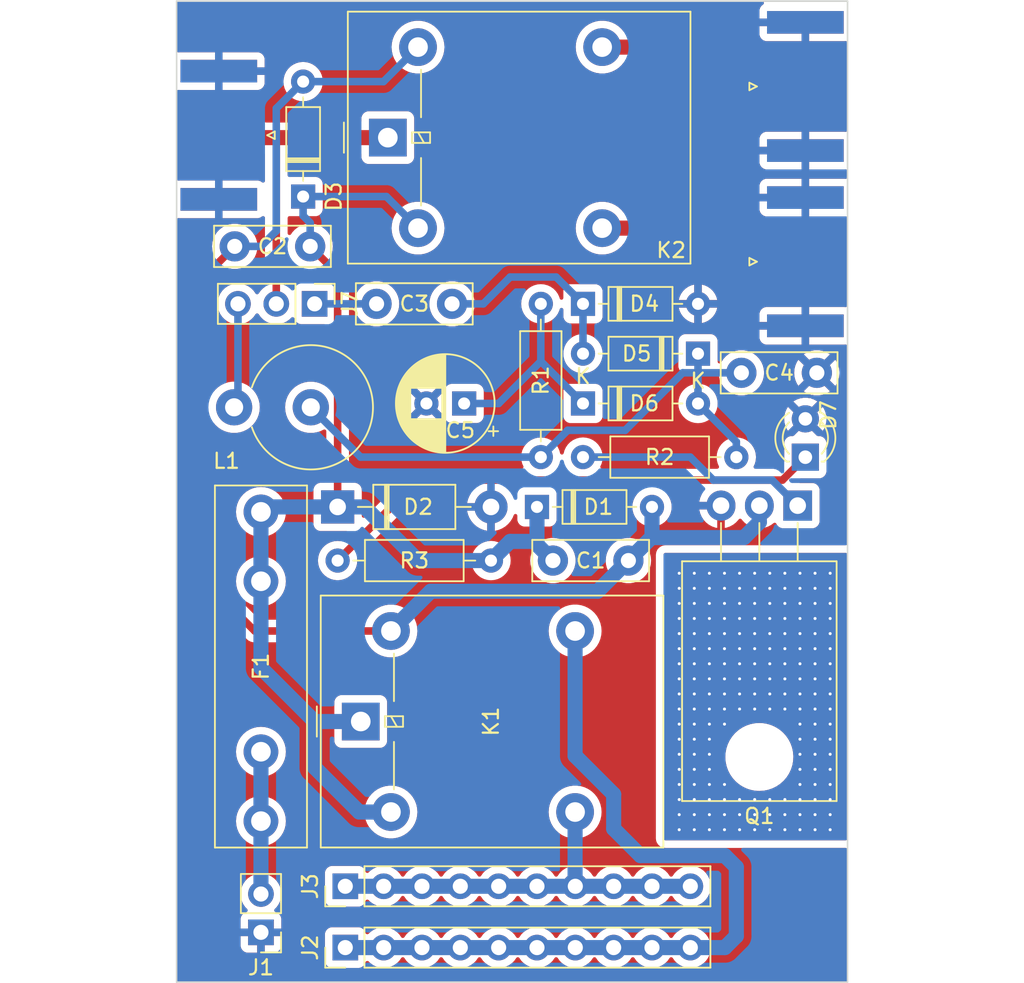
<source format=kicad_pcb>
(kicad_pcb (version 20221018) (generator pcbnew)
  (layers (0 "F.Cu" signal) (31 "B.Cu" signal) (34 "B.Paste" user) (35 "F.Paste" user) (36 "B.SilkS" user "B.Silkscreen") (37 "F.SilkS" user "F.Silkscreen") (38 "B.Mask" user) (39 "F.Mask" user) (44 "Edge.Cuts" user))
  (net 0 "")
  (net 1 "+12V")
  (net 2 "VOX_GND")
  (net 3 "Net-(D4-K)")
  (net 4 "Net-(J7-Pin_1)")
  (net 5 "GND")
  (net 6 "Net-(D5-K)")
  (net 7 "Net-(D6-K)")
  (net 8 "Net-(D7-K)")
  (net 9 "Net-(J1-Pin_2)")
  (net 10 "Net-(J2-Pin_1)")
  (net 11 "Net-(J3-Pin_1)")
  (net 12 "Net-(J4-In)")
  (net 13 "Net-(J5-In)")
  (net 14 "Net-(J6-In)")
  (net 15 "Net-(J7-Pin_3)")
  (net 16 "Net-(Q1-B)")
  (net 17 "Heat")
  (footprint "Capacitor_THT:C_Disc_D7.5mm_W2.5mm_P5.00mm" (layer "F.Cu") (at 74.422 46.736 180)
    (fp_text reference "C4" (at 2.5 0) (layer "F.SilkS"))
    (fp_text value "4n7")
    (pad "1" thru_hole circle (at 0 0 180) (size 2 2) (drill 1) (layers "*.Cu" "*.Mask") (net 5 "GND"))
    (pad "2" thru_hole circle (at 5 0 180) (size 2 2) (drill 1) (layers "*.Cu" "*.Mask") (net 6 "Net-(D5-K)"))
  )
  (footprint "Connector_PinHeader_2.54mm:PinHeader_1x10_P2.54mm_Vertical" (layer "F.Cu") (at 43.18 80.772 90)
    (fp_text reference "J3" (at 0 -2.33 90) (layer "F.SilkS"))
    (fp_text value "TX Voltage")
    (pad "1" thru_hole rect (at 0 0 90) (size 1.7 1.7) (drill 1) (layers "*.Cu" "*.Mask") (net 11 "Net-(J3-Pin_1)"))
    (pad "2" thru_hole oval (at 0 2.54 90) (size 1.7 1.7) (drill 1) (layers "*.Cu" "*.Mask") (net 11 "Net-(J3-Pin_1)"))
    (pad "3" thru_hole oval (at 0 5.08 90) (size 1.7 1.7) (drill 1) (layers "*.Cu" "*.Mask") (net 11 "Net-(J3-Pin_1)"))
    (pad "4" thru_hole oval (at 0 7.62 90) (size 1.7 1.7) (drill 1) (layers "*.Cu" "*.Mask") (net 11 "Net-(J3-Pin_1)"))
    (pad "5" thru_hole oval (at 0 10.16 90) (size 1.7 1.7) (drill 1) (layers "*.Cu" "*.Mask") (net 11 "Net-(J3-Pin_1)"))
    (pad "6" thru_hole oval (at 0 12.7 90) (size 1.7 1.7) (drill 1) (layers "*.Cu" "*.Mask") (net 11 "Net-(J3-Pin_1)"))
    (pad "7" thru_hole oval (at 0 15.24 90) (size 1.7 1.7) (drill 1) (layers "*.Cu" "*.Mask") (net 11 "Net-(J3-Pin_1)"))
    (pad "8" thru_hole oval (at 0 17.78 90) (size 1.7 1.7) (drill 1) (layers "*.Cu" "*.Mask") (net 11 "Net-(J3-Pin_1)"))
    (pad "9" thru_hole oval (at 0 20.32 90) (size 1.7 1.7) (drill 1) (layers "*.Cu" "*.Mask") (net 11 "Net-(J3-Pin_1)"))
    (pad "10" thru_hole oval (at 0 22.86 90) (size 1.7 1.7) (drill 1) (layers "*.Cu" "*.Mask") (net 11 "Net-(J3-Pin_1)"))
  )
  (footprint "Resistor_THT:R_Axial_DIN0207_L6.3mm_D2.5mm_P10.16mm_Horizontal" (layer "F.Cu") (at 58.928 52.324)
    (fp_text reference "R2" (at 5.08 0) (layer "F.SilkS"))
    (fp_text value "2k2" hide)
    (pad "1" thru_hole circle (at 0 0) (size 1.6 1.6) (drill 0.8) (layers "*.Cu" "*.Mask") (net 16 "Net-(Q1-B)"))
    (pad "2" thru_hole oval (at 10.16 0) (size 1.6 1.6) (drill 0.8) (layers "*.Cu" "*.Mask") (net 6 "Net-(D5-K)"))
  )
  (footprint "Connector_Coaxial:SMA_Amphenol_132289_EdgeMount" (layer "F.Cu") (at 73.66 39.37)
    (fp_text reference "J6" hide)
    (fp_text value "TX")
    (pad "1" smd rect (at 0 0 90) (size 1.5 5.08) (layers "F.Cu" "F.Paste" "F.Mask") (net 14 "Net-(J6-In)"))
    (pad "2" smd rect (at 0 -4.25 90) (size 1.5 5.08) (layers "F.Cu" "F.Paste" "F.Mask") (net 5 "GND"))
    (pad "2" smd rect (at 0 -4.25 90) (size 1.5 5.08) (layers "B.Cu" "B.Paste" "B.Mask") (net 5 "GND"))
    (pad "2" smd rect (at 0 4.25 90) (size 1.5 5.08) (layers "F.Cu" "F.Paste" "F.Mask") (net 5 "GND"))
    (pad "2" smd rect (at 0 4.25 90) (size 1.5 5.08) (layers "B.Cu" "B.Paste" "B.Mask") (net 5 "GND"))
  )
  (footprint "Diode_THT:D_DO-35_SOD27_P7.62mm_Horizontal" (layer "F.Cu") (at 66.548 45.466 180)
    (fp_text reference "D5" (at 4.064 0) (layer "F.SilkS"))
    (fp_text value "1N4148" hide)
    (fp_text user "K" (at 0 -1.8) (layer "F.SilkS"))
    (pad "1" thru_hole rect (at 0 0 180) (size 1.6 1.6) (drill 0.8) (layers "*.Cu" "*.Mask") (net 6 "Net-(D5-K)"))
    (pad "2" thru_hole oval (at 7.62 0 180) (size 1.6 1.6) (drill 0.8) (layers "*.Cu" "*.Mask") (net 3 "Net-(D4-K)"))
  )
  (footprint "Package_TO_SOT_THT:TO-220-3_Horizontal_TabDown" (layer "F.Cu") (at 73.152 55.54 180)
    (fp_text reference "Q1" (at 2.54 -20.58) (layer "F.SilkS"))
    (fp_text value "TIP121" hide)
    (pad "" np_thru_hole oval (at 2.54 -16.66 180) (size 3.5 3.5) (drill 3.5) (layers "*.Cu" "*.Mask"))
    (pad "1" thru_hole rect (at 0 0 180) (size 1.905 2) (drill 1.1) (layers "*.Cu" "*.Mask") (net 16 "Net-(Q1-B)"))
    (pad "2" thru_hole oval (at 2.54 0 180) (size 1.905 2) (drill 1.1) (layers "*.Cu" "*.Mask") (net 2 "VOX_GND"))
    (pad "3" thru_hole oval (at 5.08 0 180) (size 1.905 2) (drill 1.1) (layers "*.Cu" "*.Mask") (net 5 "GND"))
  )
  (footprint "Connector_PinHeader_2.54mm:PinHeader_1x03_P2.54mm_Vertical" (layer "F.Cu") (at 41.148 42.164 -90)
    (fp_text reference "J7" (at 0 -2.33 90) (layer "F.SilkS"))
    (fp_text value "VOX or Vin")
    (pad "1" thru_hole rect (at 0 0 270) (size 1.7 1.7) (drill 1) (layers "*.Cu" "*.Mask") (net 4 "Net-(J7-Pin_1)"))
    (pad "2" thru_hole oval (at 0 2.54 270) (size 1.7 1.7) (drill 1) (layers "*.Cu" "*.Mask") (net 12 "Net-(J4-In)"))
    (pad "3" thru_hole oval (at 0 5.08 270) (size 1.7 1.7) (drill 1) (layers "*.Cu" "*.Mask") (net 15 "Net-(J7-Pin_3)"))
  )
  (footprint "Capacitor_THT:C_Disc_D7.5mm_W2.5mm_P5.00mm" (layer "F.Cu") (at 56.936 59.182)
    (fp_text reference "C1" (at 2.5 0 180) (layer "F.SilkS"))
    (fp_text value "100n" hide)
    (pad "1" thru_hole circle (at 0 0) (size 2 2) (drill 1) (layers "*.Cu" "*.Mask") (net 1 "+12V"))
    (pad "2" thru_hole circle (at 5 0) (size 2 2) (drill 1) (layers "*.Cu" "*.Mask") (net 2 "VOX_GND"))
  )
  (footprint "Inductor_THT:L_Axial_L20.0mm_D8.0mm_P5.08mm_Vertical" (layer "F.Cu") (at 40.894 49.022 180)
    (fp_text reference "L1" (at 5.588 -3.556) (layer "F.SilkS"))
    (fp_text value "VK200")
    (pad "1" thru_hole circle (at 0 0 180) (size 2.4 2.4) (drill 1.2) (layers "*.Cu" "*.Mask") (net 6 "Net-(D5-K)"))
    (pad "2" thru_hole oval (at 5.08 0 180) (size 2.4 2.4) (drill 1.2) (layers "*.Cu" "*.Mask") (net 15 "Net-(J7-Pin_3)"))
  )
  (footprint "Relay_THT:Relay_SPDT_Omron-G5LE-1" (layer "F.Cu") (at 44.2045 69.85 90)
    (fp_text reference "K1" (at 0 8.6275 90) (layer "F.SilkS"))
    (fp_text value "G5LE-1")
    (pad "1" thru_hole rect (at 0 0 90) (size 2.5 2.5) (drill 1.3) (layers "*.Cu" "*.Mask") (net 1 "+12V"))
    (pad "2" thru_hole oval (at -6 2 90) (size 2.5 2.5) (drill 1.3) (layers "*.Cu" "*.Mask") (net 1 "+12V"))
    (pad "3" thru_hole oval (at -6 14.2 90) (size 2.5 2.5) (drill 1.3) (layers "*.Cu" "*.Mask") (net 11 "Net-(J3-Pin_1)"))
    (pad "4" thru_hole oval (at 6 14.2 90) (size 2.5 2.5) (drill 1.3) (layers "*.Cu" "*.Mask") (net 10 "Net-(J2-Pin_1)"))
    (pad "5" thru_hole oval (at 6 2 90) (size 2.5 2.5) (drill 1.3) (layers "*.Cu" "*.Mask") (net 2 "VOX_GND"))
  )
  (footprint "Diode_THT:D_DO-35_SOD27_P7.62mm_Horizontal" (layer "F.Cu") (at 40.386 35.052 90)
    (fp_text reference "D3" (at 0 2.032 90) (layer "F.SilkS"))
    (fp_text value "1N4148" hide)
    (pad "1" thru_hole rect (at 0 0 90) (size 1.6 1.6) (drill 0.8) (layers "*.Cu" "*.Mask") (net 1 "+12V"))
    (pad "2" thru_hole oval (at 7.62 0 90) (size 1.6 1.6) (drill 0.8) (layers "*.Cu" "*.Mask") (net 2 "VOX_GND"))
  )
  (footprint "Diode_THT:D_DO-35_SOD27_P7.62mm_Horizontal" (layer "F.Cu") (at 55.88 55.626)
    (fp_text reference "D1" (at 4.064 0) (layer "F.SilkS"))
    (fp_text value "1N4148" hide)
    (pad "1" thru_hole rect (at 0 0) (size 1.6 1.6) (drill 0.8) (layers "*.Cu" "*.Mask") (net 1 "+12V"))
    (pad "2" thru_hole oval (at 7.62 0) (size 1.6 1.6) (drill 0.8) (layers "*.Cu" "*.Mask") (net 2 "VOX_GND"))
  )
  (footprint "Connector_Coaxial:SMA_Amphenol_132289_EdgeMount" (layer "F.Cu") (at 73.66 27.754)
    (fp_text reference "J5" hide)
    (fp_text value "RX")
    (pad "1" smd rect (at 0 0 90) (size 1.5 5.08) (layers "F.Cu" "F.Paste" "F.Mask") (net 13 "Net-(J5-In)"))
    (pad "2" smd rect (at 0 -4.25 90) (size 1.5 5.08) (layers "F.Cu" "F.Paste" "F.Mask") (net 5 "GND"))
    (pad "2" smd rect (at 0 -4.25 90) (size 1.5 5.08) (layers "B.Cu" "B.Paste" "B.Mask") (net 5 "GND"))
    (pad "2" smd rect (at 0 4.25 90) (size 1.5 5.08) (layers "F.Cu" "F.Paste" "F.Mask") (net 5 "GND"))
    (pad "2" smd rect (at 0 4.25 90) (size 1.5 5.08) (layers "B.Cu" "B.Paste" "B.Mask") (net 5 "GND"))
  )
  (footprint "LED_THT:LED_D3.0mm_Clear" (layer "F.Cu") (at 73.66 52.329 90)
    (fp_text reference "D7" (at 2.799 1.524 90) (layer "F.SilkS"))
    (fp_text value "LED" hide)
    (pad "1" thru_hole rect (at 0 0 90) (size 1.8 1.8) (drill 0.9) (layers "*.Cu" "*.Mask") (net 8 "Net-(D7-K)"))
    (pad "2" thru_hole circle (at 2.54 0 90) (size 1.8 1.8) (drill 0.9) (layers "*.Cu" "*.Mask") (net 5 "GND"))
  )
  (footprint "Capacitor_THT:CP_Radial_D6.3mm_P2.50mm" (layer "F.Cu") (at 51.054 48.768 180)
    (fp_text reference "C5" (at 0.254 -1.778) (layer "F.SilkS"))
    (fp_text value "C_Polarized" hide)
    (pad "1" thru_hole rect (at 0 0 180) (size 1.6 1.6) (drill 0.8) (layers "*.Cu" "*.Mask") (net 7 "Net-(D6-K)"))
    (pad "2" thru_hole circle (at 2.5 0 180) (size 1.6 1.6) (drill 0.8) (layers "*.Cu" "*.Mask") (net 5 "GND"))
  )
  (footprint "Diode_THT:D_DO-35_SOD27_P7.62mm_Horizontal" (layer "F.Cu") (at 58.928 48.768)
    (fp_text reference "D6" (at 4.064 0) (layer "F.SilkS"))
    (fp_text value "1N4148" hide)
    (fp_text user "K" (at 0 -1.8) (layer "F.SilkS"))
    (pad "1" thru_hole rect (at 0 0) (size 1.6 1.6) (drill 0.8) (layers "*.Cu" "*.Mask") (net 7 "Net-(D6-K)"))
    (pad "2" thru_hole oval (at 7.62 0) (size 1.6 1.6) (drill 0.8) (layers "*.Cu" "*.Mask") (net 6 "Net-(D5-K)"))
  )
  (footprint "Relay_THT:Relay_SPDT_Omron-G5LE-1" (layer "F.Cu") (at 45.998 31.146 90)
    (fp_text reference "K2" (at -7.462 18.772 180) (layer "F.SilkS"))
    (fp_text value "G5LE-1")
    (pad "1" thru_hole rect (at 0 0 90) (size 2.5 2.5) (drill 1.3) (layers "*.Cu" "*.Mask") (net 12 "Net-(J4-In)"))
    (pad "2" thru_hole oval (at -6 2 90) (size 2.5 2.5) (drill 1.3) (layers "*.Cu" "*.Mask") (net 1 "+12V"))
    (pad "3" thru_hole oval (at -6 14.2 90) (size 2.5 2.5) (drill 1.3) (layers "*.Cu" "*.Mask") (net 14 "Net-(J6-In)"))
    (pad "4" thru_hole oval (at 6 14.2 90) (size 2.5 2.5) (drill 1.3) (layers "*.Cu" "*.Mask") (net 13 "Net-(J5-In)"))
    (pad "5" thru_hole oval (at 6 2 90) (size 2.5 2.5) (drill 1.3) (layers "*.Cu" "*.Mask") (net 2 "VOX_GND"))
  )
  (footprint "Fuse:Fuseholder_Littelfuse_100_series_5x20mm" (layer "F.Cu") (at 37.592 76.454 90)
    (fp_text reference "F1" (at 10.25 0 90 unlocked) (layer "F.SilkS"))
    (fp_text value "1A")
    (pad "1" thru_hole circle (at 0 0 90) (size 2.3 2.3) (drill 1.3) (layers "*.Cu" "*.Mask") (net 9 "Net-(J1-Pin_2)"))
    (pad "1" thru_hole circle (at 4.6 0 90) (size 2.3 2.3) (drill 1.3) (layers "*.Cu" "*.Mask") (net 9 "Net-(J1-Pin_2)"))
    (pad "2" thru_hole circle (at 15.9 0 90) (size 2.3 2.3) (drill 1.3) (layers "*.Cu" "*.Mask") (net 1 "+12V"))
    (pad "2" thru_hole circle (at 20.5 0 90) (size 2.3 2.3) (drill 1.3) (layers "*.Cu" "*.Mask") (net 1 "+12V"))
  )
  (footprint "Diode_THT:D_DO-35_SOD27_P7.62mm_Horizontal" (layer "F.Cu") (at 58.928 42.164)
    (fp_text reference "D4" (at 4.064 0) (layer "F.SilkS"))
    (fp_text value "1N4148" hide)
    (pad "1" thru_hole rect (at 0 0) (size 1.6 1.6) (drill 0.8) (layers "*.Cu" "*.Mask") (net 3 "Net-(D4-K)"))
    (pad "2" thru_hole oval (at 7.62 0) (size 1.6 1.6) (drill 0.8) (layers "*.Cu" "*.Mask") (net 5 "GND"))
  )
  (footprint "Capacitor_THT:C_Disc_D7.5mm_W2.5mm_P5.00mm" (layer "F.Cu") (at 40.854 38.354 180)
    (fp_text reference "C2" (at 2.5 0) (layer "F.SilkS"))
    (fp_text value "100n")
    (pad "1" thru_hole circle (at 0 0 180) (size 2 2) (drill 1) (layers "*.Cu" "*.Mask") (net 1 "+12V"))
    (pad "2" thru_hole circle (at 5 0 180) (size 2 2) (drill 1) (layers "*.Cu" "*.Mask") (net 2 "VOX_GND"))
  )
  (footprint "Connector_Coaxial:SMA_Amphenol_132289_EdgeMount" (layer "F.Cu") (at 34.798 30.988 180)
    (fp_text reference "J4" hide)
    (fp_text value "IF")
    (pad "1" smd rect (at 0 0 270) (size 1.5 5.08) (layers "F.Cu" "F.Paste" "F.Mask") (net 12 "Net-(J4-In)"))
    (pad "2" smd rect (at 0 -4.25 270) (size 1.5 5.08) (layers "F.Cu" "F.Paste" "F.Mask") (net 5 "GND"))
    (pad "2" smd rect (at 0 -4.25 270) (size 1.5 5.08) (layers "B.Cu" "B.Paste" "B.Mask") (net 5 "GND"))
    (pad "2" smd rect (at 0 4.25 270) (size 1.5 5.08) (layers "F.Cu" "F.Paste" "F.Mask") (net 5 "GND"))
    (pad "2" smd rect (at 0 4.25 270) (size 1.5 5.08) (layers "B.Cu" "B.Paste" "B.Mask") (net 5 "GND"))
  )
  (footprint "Capacitor_THT:C_Disc_D7.5mm_W2.5mm_P5.00mm" (layer "F.Cu") (at 50.252 42.164 180)
    (fp_text reference "C3" (at 2.5 0) (layer "F.SilkS"))
    (fp_text value "3p9" hide)
    (pad "1" thru_hole circle (at 0 0 180) (size 2 2) (drill 1) (layers "*.Cu" "*.Mask") (net 3 "Net-(D4-K)"))
    (pad "2" thru_hole circle (at 5 0 180) (size 2 2) (drill 1) (layers "*.Cu" "*.Mask") (net 4 "Net-(J7-Pin_1)"))
  )
  (footprint "Connector_PinHeader_2.54mm:PinHeader_1x10_P2.54mm_Vertical" (layer "F.Cu") (at 43.18 84.836 90)
    (fp_text reference "J2" (at 0 -2.33 90) (layer "F.SilkS"))
    (fp_text value "RX Voltage")
    (pad "1" thru_hole rect (at 0 0 90) (size 1.7 1.7) (drill 1) (layers "*.Cu" "*.Mask") (net 10 "Net-(J2-Pin_1)"))
    (pad "2" thru_hole oval (at 0 2.54 90) (size 1.7 1.7) (drill 1) (layers "*.Cu" "*.Mask") (net 10 "Net-(J2-Pin_1)"))
    (pad "3" thru_hole oval (at 0 5.08 90) (size 1.7 1.7) (drill 1) (layers "*.Cu" "*.Mask") (net 10 "Net-(J2-Pin_1)"))
    (pad "4" thru_hole oval (at 0 7.62 90) (size 1.7 1.7) (drill 1) (layers "*.Cu" "*.Mask") (net 10 "Net-(J2-Pin_1)"))
    (pad "5" thru_hole oval (at 0 10.16 90) (size 1.7 1.7) (drill 1) (layers "*.Cu" "*.Mask") (net 10 "Net-(J2-Pin_1)"))
    (pad "6" thru_hole oval (at 0 12.7 90) (size 1.7 1.7) (drill 1) (layers "*.Cu" "*.Mask") (net 10 "Net-(J2-Pin_1)"))
    (pad "7" thru_hole oval (at 0 15.24 90) (size 1.7 1.7) (drill 1) (layers "*.Cu" "*.Mask") (net 10 "Net-(J2-Pin_1)"))
    (pad "8" thru_hole oval (at 0 17.78 90) (size 1.7 1.7) (drill 1) (layers "*.Cu" "*.Mask") (net 10 "Net-(J2-Pin_1)"))
    (pad "9" thru_hole oval (at 0 20.32 90) (size 1.7 1.7) (drill 1) (layers "*.Cu" "*.Mask") (net 10 "Net-(J2-Pin_1)"))
    (pad "10" thru_hole oval (at 0 22.86 90) (size 1.7 1.7) (drill 1) (layers "*.Cu" "*.Mask") (net 10 "Net-(J2-Pin_1)"))
  )
  (footprint "Resistor_THT:R_Axial_DIN0207_L6.3mm_D2.5mm_P10.16mm_Horizontal" (layer "F.Cu") (at 56.134 52.324 90)
    (fp_text reference "R1" (at 5.08 0 90) (layer "F.SilkS"))
    (fp_text value "10k")
    (pad "1" thru_hole circle (at 0 0 90) (size 1.6 1.6) (drill 0.8) (layers "*.Cu" "*.Mask") (net 6 "Net-(D5-K)"))
    (pad "2" thru_hole oval (at 10.16 0 90) (size 1.6 1.6) (drill 0.8) (layers "*.Cu" "*.Mask") (net 7 "Net-(D6-K)"))
  )
  (footprint "Connector_PinHeader_2.54mm:PinHeader_1x02_P2.54mm_Vertical" (layer "F.Cu") (at 37.592 83.825 180)
    (fp_text reference "J1" (at 0 -2.33) (layer "F.SilkS"))
    (fp_text value "Input Voltage")
    (pad "1" thru_hole rect (at 0 0 180) (size 1.7 1.7) (drill 1) (layers "*.Cu" "*.Mask") (net 5 "GND"))
    (pad "2" thru_hole oval (at 0 2.54 180) (size 1.7 1.7) (drill 1) (layers "*.Cu" "*.Mask") (net 9 "Net-(J1-Pin_2)"))
  )
  (footprint "Resistor_THT:R_Axial_DIN0207_L6.3mm_D2.5mm_P10.16mm_Horizontal" (layer "F.Cu") (at 52.832 59.182 180)
    (fp_text reference "R3" (at 5.08 0 180) (layer "F.SilkS"))
    (fp_text value "1k" hide)
    (pad "1" thru_hole circle (at 0 0 180) (size 1.6 1.6) (drill 0.8) (layers "*.Cu" "*.Mask") (net 1 "+12V"))
    (pad "2" thru_hole oval (at 10.16 0 180) (size 1.6 1.6) (drill 0.8) (layers "*.Cu" "*.Mask") (net 8 "Net-(D7-K)"))
  )
  (footprint "Diode_THT:D_DO-41_SOD81_P10.16mm_Horizontal" (layer "F.Cu") (at 42.672 55.626)
    (fp_text reference "D2" (at 5.334 0) (layer "F.SilkS"))
    (fp_text value "1N4007" hide)
    (pad "1" thru_hole rect (at 0 0) (size 2.2 2.2) (drill 1.1) (layers "*.Cu" "*.Mask") (net 1 "+12V"))
    (pad "2" thru_hole oval (at 10.16 0) (size 2.2 2.2) (drill 1.1) (layers "*.Cu" "*.Mask") (net 5 "GND"))
  )
  (gr_line (start 32.004 87.122) (end 32.004 22.098) (stroke (width 0.1)) (layer "Edge.Cuts"))
  (gr_line (start 76.454 87.122) (end 32.004 87.122) (stroke (width 0.1)) (layer "Edge.Cuts"))
  (gr_line (start 76.454 22.098) (end 76.454 87.122) (stroke (width 0.1)) (layer "Edge.Cuts"))
  (gr_line (start 32.004 22.098) (end 76.454 22.098) (stroke (width 0.1)) (layer "Edge.Cuts"))
  (segment (start 40.854 38.354) (end 42.672 40.172) (width 0.5) (layer "F.Cu") (net 1))
  (segment (start 42.672 40.172) (end 42.672 55.626) (width 0.5) (layer "F.Cu") (net 1))
  (segment (start 37.592 66.294) (end 41.148 69.85) (width 1) (layer "B.Cu") (net 1))
  (segment (start 55.88 55.626) (end 55.88 58.126) (width 1) (layer "B.Cu") (net 1))
  (segment (start 46.2045 75.85) (end 44.1 75.85) (width 1) (layer "B.Cu") (net 1))
  (segment (start 40.854 36.79) (end 40.386 36.322) (width 0.5) (layer "B.Cu") (net 1))
  (segment (start 45.904 35.052) (end 47.998 37.146) (width 0.5) (layer "B.Cu") (net 1))
  (segment (start 44.1 75.85) (end 41.148 72.898) (width 1) (layer "B.Cu") (net 1))
  (segment (start 37.92 55.626) (end 37.592 55.954) (width 1) (layer "B.Cu") (net 1))
  (segment (start 44.45 55.626) (end 48.006 59.182) (width 1) (layer "B.Cu") (net 1))
  (segment (start 42.672 55.626) (end 44.45 55.626) (width 1) (layer "B.Cu") (net 1))
  (segment (start 48.006 59.182) (end 52.832 59.182) (width 1) (layer "B.Cu") (net 1))
  (segment (start 40.386 35.052) (end 45.904 35.052) (width 0.5) (layer "B.Cu") (net 1))
  (segment (start 54.102 57.912) (end 55.666 57.912) (width 1) (layer "B.Cu") (net 1))
  (segment (start 37.592 60.554) (end 37.592 66.294) (width 1) (layer "B.Cu") (net 1))
  (segment (start 55.666 57.912) (end 55.88 58.126) (width 1) (layer "B.Cu") (net 1))
  (segment (start 42.672 55.626) (end 37.92 55.626) (width 1) (layer "B.Cu") (net 1))
  (segment (start 40.854 38.354) (end 40.854 36.79) (width 0.5) (layer "B.Cu") (net 1))
  (segment (start 55.88 58.126) (end 56.936 59.182) (width 1) (layer "B.Cu") (net 1))
  (segment (start 40.386 36.322) (end 40.386 35.052) (width 0.5) (layer "B.Cu") (net 1))
  (segment (start 37.592 60.554) (end 37.592 55.954) (width 1) (layer "B.Cu") (net 1))
  (segment (start 52.832 59.182) (end 54.102 57.912) (width 1) (layer "B.Cu") (net 1))
  (segment (start 41.148 69.85) (end 44.2045 69.85) (width 1) (layer "B.Cu") (net 1))
  (segment (start 41.148 72.898) (end 41.148 69.85) (width 1) (layer "B.Cu") (net 1))
  (segment (start 33.528 60.198) (end 37.18 63.85) (width 0.5) (layer "F.Cu") (net 2))
  (segment (start 35.854 38.354) (end 33.528 40.68) (width 0.5) (layer "F.Cu") (net 2))
  (segment (start 33.528 40.68) (end 33.528 60.198) (width 0.5) (layer "F.Cu") (net 2))
  (segment (start 37.18 63.85) (end 46.2045 63.85) (width 0.5) (layer "F.Cu") (net 2))
  (segment (start 40.386 27.432) (end 38.608 29.21) (width 0.5) (layer "B.Cu") (net 2))
  (segment (start 63.5 55.626) (end 63.5 57.618) (width 1) (layer "B.Cu") (net 2))
  (segment (start 38.608 29.21) (end 38.608 37.338) (width 0.5) (layer "B.Cu") (net 2))
  (segment (start 37.592 38.354) (end 35.854 38.354) (width 0.5) (layer "B.Cu") (net 2))
  (segment (start 70.612 55.54) (end 70.612 56.642) (width 1) (layer "B.Cu") (net 2))
  (segment (start 63.5 57.618) (end 61.936 59.182) (width 1) (layer "B.Cu") (net 2))
  (segment (start 63.54 57.658) (end 63.5 57.618) (width 1) (layer "B.Cu") (net 2))
  (segment (start 61.936 59.182) (end 59.904 61.214) (width 1) (layer "B.Cu") (net 2))
  (segment (start 45.712 27.432) (end 47.998 25.146) (width 0.5) (layer "B.Cu") (net 2))
  (segment (start 40.386 27.432) (end 45.712 27.432) (width 0.5) (layer "B.Cu") (net 2))
  (segment (start 70.612 56.642) (end 69.596 57.658) (width 1) (layer "B.Cu") (net 2))
  (segment (start 38.608 37.338) (end 37.592 38.354) (width 0.5) (layer "B.Cu") (net 2))
  (segment (start 48.8405 61.214) (end 46.2045 63.85) (width 1) (layer "B.Cu") (net 2))
  (segment (start 59.904 61.214) (end 48.8405 61.214) (width 1) (layer "B.Cu") (net 2))
  (segment (start 69.596 57.658) (end 63.54 57.658) (width 1) (layer "B.Cu") (net 2))
  (segment (start 58.928 45.466) (end 58.928 42.164) (width 0.5) (layer "B.Cu") (net 3))
  (segment (start 57.15 40.386) (end 58.928 42.164) (width 0.5) (layer "B.Cu") (net 3))
  (segment (start 52.324 42.164) (end 54.102 40.386) (width 0.5) (layer "B.Cu") (net 3))
  (segment (start 50.252 42.164) (end 52.324 42.164) (width 0.5) (layer "B.Cu") (net 3))
  (segment (start 54.102 40.386) (end 57.15 40.386) (width 0.5) (layer "B.Cu") (net 3))
  (segment (start 41.148 42.164) (end 45.252 42.164) (width 0.5) (layer "B.Cu") (net 4))
  (segment (start 44.196 52.324) (end 56.134 52.324) (width 0.5) (layer "B.Cu") (net 6))
  (segment (start 69.422 46.736) (end 66.548 46.736) (width 0.5) (layer "B.Cu") (net 6))
  (segment (start 66.548 46.736) (end 66.548 48.768) (width 0.5) (layer "B.Cu") (net 6))
  (segment (start 66.548 45.466) (end 66.548 46.736) (width 0.5) (layer "B.Cu") (net 6))
  (segment (start 57.912 50.546) (end 61.722 50.546) (width 0.5) (layer "B.Cu") (net 6))
  (segment (start 69.088 52.324) (end 69.088 51.308) (width 0.5) (layer "B.Cu") (net 6))
  (segment (start 69.088 51.308) (end 66.548 48.768) (width 0.5) (layer "B.Cu") (net 6))
  (segment (start 61.722 50.546) (end 65.532 46.736) (width 0.5) (layer "B.Cu") (net 6))
  (segment (start 40.894 49.022) (end 44.196 52.324) (width 0.5) (layer "B.Cu") (net 6))
  (segment (start 65.532 46.736) (end 66.548 46.736) (width 0.5) (layer "B.Cu") (net 6))
  (segment (start 56.134 52.324) (end 57.912 50.546) (width 0.5) (layer "B.Cu") (net 6))
  (segment (start 53.34 48.768) (end 56.134 45.974) (width 0.5) (layer "B.Cu") (net 7))
  (segment (start 51.054 48.768) (end 53.34 48.768) (width 0.5) (layer "B.Cu") (net 7))
  (segment (start 58.928 48.768) (end 56.134 45.974) (width 0.5) (layer "B.Cu") (net 7))
  (segment (start 56.134 45.974) (end 56.134 42.164) (width 0.5) (layer "B.Cu") (net 7))
  (segment (start 48.006 53.848) (end 42.672 59.182) (width 0.5) (layer "F.Cu") (net 8))
  (segment (start 73.66 52.329) (end 72.141 53.848) (width 0.5) (layer "F.Cu") (net 8))
  (segment (start 72.141 53.848) (end 48.006 53.848) (width 0.5) (layer "F.Cu") (net 8))
  (segment (start 37.592 71.854) (end 37.592 76.454) (width 1) (layer "B.Cu") (net 9))
  (segment (start 37.592 81.285) (end 37.592 76.454) (width 1) (layer "B.Cu") (net 9))
  (segment (start 66.04 84.836) (end 43.18 84.836) (width 1) (layer "B.Cu") (net 10))
  (segment (start 58.4045 63.85) (end 58.4045 72.1205) (width 1) (layer "B.Cu") (net 10))
  (segment (start 68.326 78.74) (end 69.088 79.502) (width 1) (layer "B.Cu") (net 10))
  (segment (start 60.96 74.676) (end 60.96 76.962) (width 1) (layer "B.Cu") (net 10))
  (segment (start 58.4045 72.1205) (end 60.96 74.676) (width 1) (layer "B.Cu") (net 10))
  (segment (start 69.088 79.502) (end 69.088 84.074) (width 1) (layer "B.Cu") (net 10))
  (segment (start 60.96 76.962) (end 62.738 78.74) (width 1) (layer "B.Cu") (net 10))
  (segment (start 69.088 84.074) (end 68.326 84.836) (width 1) (layer "B.Cu") (net 10))
  (segment (start 62.738 78.74) (end 68.326 78.74) (width 1) (layer "B.Cu") (net 10))
  (segment (start 68.326 84.836) (end 66.04 84.836) (width 1) (layer "B.Cu") (net 10))
  (segment (start 58.4045 80.7565) (end 58.42 80.772) (width 1) (layer "B.Cu") (net 11))
  (segment (start 58.4045 75.85) (end 58.4045 80.7565) (width 1) (layer "B.Cu") (net 11))
  (segment (start 43.18 80.772) (end 66.04 80.772) (width 1) (layer "B.Cu") (net 11))
  (segment (start 38.608 31.146) (end 34.956 31.146) (width 1) (layer "F.Cu") (net 12))
  (segment (start 34.956 31.146) (end 34.798 30.988) (width 1) (layer "F.Cu") (net 12))
  (segment (start 45.998 31.146) (end 38.608 31.146) (width 1) (layer "F.Cu") (net 12))
  (segment (start 38.608 42.164) (end 38.608 31.146) (width 0.5) (layer "F.Cu") (net 12))
  (segment (start 60.198 25.146) (end 65.278 25.146) (width 1) (layer "F.Cu") (net 13))
  (segment (start 67.886 27.754) (end 73.66 27.754) (width 1) (layer "F.Cu") (net 13))
  (segment (start 65.278 25.146) (end 67.886 27.754) (width 1) (layer "F.Cu") (net 13))
  (segment (start 73.66 39.37) (end 69.088 39.37) (width 1) (layer "F.Cu") (net 14))
  (segment (start 69.088 39.37) (end 66.864 37.146) (width 1) (layer "F.Cu") (net 14))
  (segment (start 66.864 37.146) (end 60.198 37.146) (width 1) (layer "F.Cu") (net 14))
  (segment (start 36.068 48.768) (end 35.814 49.022) (width 0.5) (layer "B.Cu") (net 15))
  (segment (start 36.068 42.164) (end 36.068 48.768) (width 0.5) (layer "B.Cu") (net 15))
  (segment (start 71.46 53.848) (end 73.152 55.54) (width 0.5) (layer "B.Cu") (net 16))
  (segment (start 58.928 52.324) (end 66.04 52.324) (width 0.5) (layer "B.Cu") (net 16))
  (segment (start 67.564 53.848) (end 71.46 53.848) (width 0.5) (layer "B.Cu") (net 16))
  (segment (start 66.04 52.324) (end 67.564 53.848) (width 0.5) (layer "B.Cu") (net 16))
  (via (at 65.303 62.023) (size 0.5) (drill 0.2) (layers "F.Cu" "B.Cu") (net 17))
  (via (at 72.303 63.023) (size 0.5) (drill 0.2) (layers "F.Cu" "B.Cu") (net 17))
  (via (at 74.303 73.023) (size 0.5) (drill 0.2) (layers "F.Cu" "B.Cu") (net 17))
  (via (at 67.303 74.023) (size 0.5) (drill 0.2) (layers "F.Cu" "B.Cu") (net 17))
  (via (at 75.303 71.023) (size 0.5) (drill 0.2) (layers "F.Cu" "B.Cu") (net 17))
  (via (at 66.303 71.023) (size 0.5) (drill 0.2) (layers "F.Cu" "B.Cu") (net 17))
  (via (at 68.303 61.023) (size 0.5) (drill 0.2) (layers "F.Cu" "B.Cu") (net 17))
  (via (at 71.303 76.023) (size 0.5) (drill 0.2) (layers "F.Cu" "B.Cu") (net 17))
  (via (at 67.303 63.023) (size 0.5) (drill 0.2) (layers "F.Cu" "B.Cu") (net 17))
  (via (at 74.303 66.023) (size 0.5) (drill 0.2) (layers "F.Cu" "B.Cu") (net 17))
  (via (at 70.303 67.023) (size 0.5) (drill 0.2) (layers "F.Cu" "B.Cu") (net 17))
  (via (at 65.303 75.023) (size 0.5) (drill 0.2) (layers "F.Cu" "B.Cu") (net 17))
  (via (at 69.303 75.023) (size 0.5) (drill 0.2) (layers "F.Cu" "B.Cu") (net 17))
  (via (at 69.303 67.023) (size 0.5) (drill 0.2) (layers "F.Cu" "B.Cu") (net 17))
  (via (at 75.303 76.023) (size 0.5) (drill 0.2) (layers "F.Cu" "B.Cu") (net 17))
  (via (at 73.303 71.023) (size 0.5) (drill 0.2) (layers "F.Cu" "B.Cu") (net 17))
  (via (at 74.303 70.023) (size 0.5) (drill 0.2) (layers "F.Cu" "B.Cu") (net 17))
  (via (at 65.303 61.023) (size 0.5) (drill 0.2) (layers "F.Cu" "B.Cu") (net 17))
  (via (at 66.303 65.023) (size 0.5) (drill 0.2) (layers "F.Cu" "B.Cu") (net 17))
  (via (at 67.303 70.023) (size 0.5) (drill 0.2) (layers "F.Cu" "B.Cu") (net 17))
  (via (at 69.303 63.023) (size 0.5) (drill 0.2) (layers "F.Cu" "B.Cu") (net 17))
  (via (at 66.303 73.023) (size 0.5) (drill 0.2) (layers "F.Cu" "B.Cu") (net 17))
  (via (at 73.303 74.023) (size 0.5) (drill 0.2) (layers "F.Cu" "B.Cu") (net 17))
  (via (at 69.303 61.023) (size 0.5) (drill 0.2) (layers "F.Cu" "B.Cu") (net 17))
  (via (at 73.303 61.023) (size 0.5) (drill 0.2) (layers "F.Cu" "B.Cu") (net 17))
  (via (at 74.303 67.023) (size 0.5) (drill 0.2) (layers "F.Cu" "B.Cu") (net 17))
  (via (at 73.303 66.023) (size 0.5) (drill 0.2) (layers "F.Cu" "B.Cu") (net 17))
  (via (at 66.303 64.023) (size 0.5) (drill 0.2) (layers "F.Cu" "B.Cu") (net 17))
  (via (at 65.303 74.023) (size 0.5) (drill 0.2) (layers "F.Cu" "B.Cu") (net 17))
  (via (at 70.303 66.023) (size 0.5) (drill 0.2) (layers "F.Cu" "B.Cu") (net 17))
  (via (at 75.303 65.023) (size 0.5) (drill 0.2) (layers "F.Cu" "B.Cu") (net 17))
  (via (at 66.303 75.023) (size 0.5) (drill 0.2) (layers "F.Cu" "B.Cu") (net 17))
  (via (at 75.303 70.023) (size 0.5) (drill 0.2) (layers "F.Cu" "B.Cu") (net 17))
  (via (at 68.303 70.023) (size 0.5) (drill 0.2) (layers "F.Cu" "B.Cu") (net 17))
  (via (at 74.303 75.023) (size 0.5) (drill 0.2) (layers "F.Cu" "B.Cu") (net 17))
  (via (at 72.303 67.023) (size 0.5) (drill 0.2) (layers "F.Cu" "B.Cu") (net 17))
  (via (at 67.303 61.023) (size 0.5) (drill 0.2) (layers "F.Cu" "B.Cu") (net 17))
  (via (at 67.303 66.023) (size 0.5) (drill 0.2) (layers "F.Cu" "B.Cu") (net 17))
  (via (at 75.303 62.023) (size 0.5) (drill 0.2) (layers "F.Cu" "B.Cu") (net 17))
  (via (at 73.303 63.023) (size 0.5) (drill 0.2) (layers "F.Cu" "B.Cu") (net 17))
  (via (at 73.303 67.023) (size 0.5) (drill 0.2) (layers "F.Cu" "B.Cu") (net 17))
  (via (at 75.303 72.023) (size 0.5) (drill 0.2) (layers "F.Cu" "B.Cu") (net 17))
  (via (at 72.303 76.023) (size 0.5) (drill 0.2) (layers "F.Cu" "B.Cu") (net 17))
  (via (at 66.303 74.023) (size 0.5) (drill 0.2) (layers "F.Cu" "B.Cu") (net 17))
  (via (at 65.303 63.023) (size 0.5) (drill 0.2) (layers "F.Cu" "B.Cu") (net 17))
  (via (at 74.303 77.023) (size 0.5) (drill 0.2) (layers "F.Cu" "B.Cu") (net 17))
  (via (at 72.303 60.023) (size 0.5) (drill 0.2) (layers "F.Cu" "B.Cu") (net 17))
  (via (at 67.303 65.023) (size 0.5) (drill 0.2) (layers "F.Cu" "B.Cu") (net 17))
  (via (at 69.303 62.023) (size 0.5) (drill 0.2) (layers "F.Cu" "B.Cu") (net 17))
  (via (at 70.303 63.023) (size 0.5) (drill 0.2) (layers "F.Cu" "B.Cu") (net 17))
  (via (at 73.303 76.023) (size 0.5) (drill 0.2) (layers "F.Cu" "B.Cu") (net 17))
  (via (at 66.303 77.023) (size 0.5) (drill 0.2) (layers "F.Cu" "B.Cu") (net 17))
  (via (at 68.303 69.023) (size 0.5) (drill 0.2) (layers "F.Cu" "B.Cu") (net 17))
  (via (at 69.303 77.023) (size 0.5) (drill 0.2) (layers "F.Cu" "B.Cu") (net 17))
  (via (at 75.303 73.023) (size 0.5) (drill 0.2) (layers "F.Cu" "B.Cu") (net 17))
  (via (at 67.303 64.023) (size 0.5) (drill 0.2) (layers "F.Cu" "B.Cu") (net 17))
  (via (at 66.303 67.023) (size 0.5) (drill 0.2) (layers "F.Cu" "B.Cu") (net 17))
  (via (at 73.303 65.023) (size 0.5) (drill 0.2) (layers "F.Cu" "B.Cu") (net 17))
  (via (at 65.303 72.023) (size 0.5) (drill 0.2) (layers "F.Cu" "B.Cu") (net 17))
  (via (at 68.303 66.023) (size 0.5) (drill 0.2) (layers "F.Cu" "B.Cu") (net 17))
  (via (at 66.303 68.023) (size 0.5) (drill 0.2) (layers "F.Cu" "B.Cu") (net 17))
  (via (at 67.303 68.023) (size 0.5) (drill 0.2) (layers "F.Cu" "B.Cu") (net 17))
  (via (at 68.303 62.023) (size 0.5) (drill 0.2) (layers "F.Cu" "B.Cu") (net 17))
  (via (at 71.303 77.023) (size 0.5) (drill 0.2) (layers "F.Cu" "B.Cu") (net 17))
  (via (at 72.303 77.023) (size 0.5) (drill 0.2) (layers "F.Cu" "B.Cu") (net 17))
  (via (at 69.303 76.023) (size 0.5) (drill 0.2) (layers "F.Cu" "B.Cu") (net 17))
  (via (at 71.303 68.023) (size 0.5) (drill 0.2) (layers "F.Cu" "B.Cu") (net 17))
  (via (at 70.303 75.023) (size 0.5) (drill 0.2) (layers "F.Cu" "B.Cu") (net 17))
  (via (at 74.303 65.023) (size 0.5) (drill 0.2) (layers "F.Cu" "B.Cu") (net 17))
  (via (at 72.303 65.023) (size 0.5) (drill 0.2) (layers "F.Cu" "B.Cu") (net 17))
  (via (at 75.303 77.023) (size 0.5) (drill 0.2) (layers "F.Cu" "B.Cu") (net 17))
  (via (at 69.303 68.023) (size 0.5) (drill 0.2) (layers "F.Cu" "B.Cu") (net 17))
  (via (at 70.303 64.023) (size 0.5) (drill 0.2) (layers "F.Cu" "B.Cu") (net 17))
  (via (at 72.303 64.023) (size 0.5) (drill 0.2) (layers "F.Cu" "B.Cu") (net 17))
  (via (at 66.303 70.023) (size 0.5) (drill 0.2) (layers "F.Cu" "B.Cu") (net 17))
  (via (at 66.303 76.023) (size 0.5) (drill 0.2) (layers "F.Cu" "B.Cu") (net 17))
  (via (at 73.303 64.023) (size 0.5) (drill 0.2) (layers "F.Cu" "B.Cu") (net 17))
  (via (at 70.303 60.023) (size 0.5) (drill 0.2) (layers "F.Cu" "B.Cu") (net 17))
  (via (at 74.303 76.023) (size 0.5) (drill 0.2) (layers "F.Cu" "B.Cu") (net 17))
  (via (at 75.303 69.023) (size 0.5) (drill 0.2) (layers "F.Cu" "B.Cu") (net 17))
  (via (at 70.303 77.023) (size 0.5) (drill 0.2) (layers "F.Cu" "B.Cu") (net 17))
  (via (at 69.303 64.023) (size 0.5) (drill 0.2) (layers "F.Cu" "B.Cu") (net 17))
  (via (at 73.303 75.023) (size 0.5) (drill 0.2) (layers "F.Cu" "B.Cu") (net 17))
  (via (at 67.303 62.023) (size 0.5) (drill 0.2) (layers "F.Cu" "B.Cu") (net 17))
  (via (at 74.303 72.023) (size 0.5) (drill 0.2) (layers "F.Cu" "B.Cu") (net 17))
  (via (at 74.303 74.023) (size 0.5) (drill 0.2) (layers "F.Cu" "B.Cu") (net 17))
  (via (at 71.303 60.023) (size 0.5) (drill 0.2) (layers "F.Cu" "B.Cu") (net 17))
  (via (at 65.303 70.023) (size 0.5) (drill 0.2) (layers "F.Cu" "B.Cu") (net 17))
  (via (at 71.303 66.023) (size 0.5) (drill 0.2) (layers "F.Cu" "B.Cu") (net 17))
  (via (at 69.303 60.023) (size 0.5) (drill 0.2) (layers "F.Cu" "B.Cu") (net 17))
  (via (at 68.303 76.023) (size 0.5) (drill 0.2) (layers "F.Cu" "B.Cu") (net 17))
  (via (at 72.303 69.023) (size 0.5) (drill 0.2) (layers "F.Cu" "B.Cu") (net 17))
  (via (at 71.303 61.023) (size 0.5) (drill 0.2) (layers "F.Cu" "B.Cu") (net 17))
  (via (at 67.303 72.023) (size 0.5) (drill 0.2) (layers "F.Cu" "B.Cu") (net 17))
  (via (at 67.303 67.023) (size 0.5) (drill 0.2) (layers "F.Cu" "B.Cu") (net 17))
  (via (at 75.303 60.023) (size 0.5) (drill 0.2) (layers "F.Cu" "B.Cu") (net 17))
  (via (at 65.303 66.023) (size 0.5) (drill 0.2) (layers "F.Cu" "B.Cu") (net 17))
  (via (at 65.303 60.023) (size 0.5) (drill 0.2) (layers "F.Cu" "B.Cu") (net 17))
  (via (at 66.303 61.023) (size 0.5) (drill 0.2) (layers "F.Cu" "B.Cu") (net 17))
  (via (at 70.303 62.023) (size 0.5) (drill 0.2) (layers "F.Cu" "B.Cu") (net 17))
  (via (at 69.303 69.023) (size 0.5) (drill 0.2) (layers "F.Cu" "B.Cu") (net 17))
  (via (at 66.303 72.023) (size 0.5) (drill 0.2) (layers "F.Cu" "B.Cu") (net 17))
  (via (at 75.303 75.023) (size 0.5) (drill 0.2) (layers "F.Cu" "B.Cu") (net 17))
  (via (at 67.303 73.023) (size 0.5) (drill 0.2) (layers "F.Cu" "B.Cu") (net 17))
  (via (at 68.303 77.023) (size 0.5) (drill 0.2) (layers "F.Cu" "B.Cu") (net 17))
  (via (at 72.303 75.023) (size 0.5) (drill 0.2) (layers "F.Cu" "B.Cu") (net 17))
  (via (at 65.303 64.023) (size 0.5) (drill 0.2) (layers "F.Cu" "B.Cu") (net 17))
  (via (at 73.303 62.023) (size 0.5) (drill 0.2) (layers "F.Cu" "B.Cu") (net 17))
  (via (at 74.303 69.023) (size 0.5) (drill 0.2) (layers "F.Cu" "B.Cu") (net 17))
  (via (at 72.303 68.023) (size 0.5) (drill 0.2) (layers "F.Cu" "B.Cu") (net 17))
  (via (at 65.303 73.023) (size 0.5) (drill 0.2) (layers "F.Cu" "B.Cu") (net 17))
  (via (at 66.303 62.023) (size 0.5) (drill 0.2) (layers "F.Cu" "B.Cu") (net 17))
  (via (at 70.303 68.023) (size 0.5) (drill 0.2) (layers "F.Cu" "B.Cu") (net 17))
  (via (at 71.303 64.023) (size 0.5) (drill 0.2) (layers "F.Cu" "B.Cu") (net 17))
  (via (at 75.303 74.023) (size 0.5) (drill 0.2) (layers "F.Cu" "B.Cu") (net 17))
  (via (at 68.303 74.023) (size 0.5) (drill 0.2) (layers "F.Cu" "B.Cu") (net 17))
  (via (at 66.303 69.023) (size 0.5) (drill 0.2) (layers "F.Cu" "B.Cu") (net 17))
  (via (at 67.303 77.023) (size 0.5) (drill 0.2) (layers "F.Cu" "B.Cu") (net 17))
  (via (at 72.303 62.023) (size 0.5) (drill 0.2) (layers "F.Cu" "B.Cu") (net 17))
  (via (at 68.303 68.023) (size 0.5) (drill 0.2) (layers "F.Cu" "B.Cu") (net 17))
  (via (at 69.303 65.023) (size 0.5) (drill 0.2) (layers "F.Cu" "B.Cu") (net 17))
  (via (at 75.303 64.023) (size 0.5) (drill 0.2) (layers "F.Cu" "B.Cu") (net 17))
  (via (at 74.303 61.023) (size 0.5) (drill 0.2) (layers "F.Cu" "B.Cu") (net 17))
  (via (at 73.303 68.023) (size 0.5) (drill 0.2) (layers "F.Cu" "B.Cu") (net 17))
  (via (at 69.303 66.023) (size 0.5) (drill 0.2) (layers "F.Cu" "B.Cu") (net 17))
  (via (at 68.303 64.023) (size 0.5) (drill 0.2) (layers "F.Cu" "B.Cu") (net 17))
  (via (at 65.303 68.023) (size 0.5) (drill 0.2) (layers "F.Cu" "B.Cu") (net 17))
  (via (at 65.303 65.023) (size 0.5) (drill 0.2) (layers "F.Cu" "B.Cu") (net 17))
  (via (at 65.303 69.023) (size 0.5) (drill 0.2) (layers "F.Cu" "B.Cu") (net 17))
  (via (at 74.303 63.023) (size 0.5) (drill 0.2) (layers "F.Cu" "B.Cu") (net 17))
  (via (at 65.303 67.023) (size 0.5) (drill 0.2) (layers "F.Cu" "B.Cu") (net 17))
  (via (at 75.303 61.023) (size 0.5) (drill 0.2) (layers "F.Cu" "B.Cu") (net 17))
  (via (at 73.303 73.023) (size 0.5) (drill 0.2) (layers "F.Cu" "B.Cu") (net 17))
  (via (at 65.303 77.023) (size 0.5) (drill 0.2) (layers "F.Cu" "B.Cu") (net 17))
  (via (at 74.303 68.023) (size 0.5) (drill 0.2) (layers "F.Cu" "B.Cu") (net 17))
  (via (at 71.303 69.023) (size 0.5) (drill 0.2) (layers "F.Cu" "B.Cu") (net 17))
  (via (at 71.303 63.023) (size 0.5) (drill 0.2) (layers "F.Cu" "B.Cu") (net 17))
  (via (at 66.303 60.023) (size 0.5) (drill 0.2) (layers "F.Cu" "B.Cu") (net 17))
  (via (at 71.303 62.023) (size 0.5) (drill 0.2) (layers "F.Cu" "B.Cu") (net 17))
  (via (at 71.303 75.023) (size 0.5) (drill 0.2) (layers "F.Cu" "B.Cu") (net 17))
  (via (at 75.303 67.023) (size 0.5) (drill 0.2) (layers "F.Cu" "B.Cu") (net 17))
  (via (at 68.303 60.023) (size 0.5) (drill 0.2) (layers "F.Cu" "B.Cu") (net 17))
  (via (at 72.303 66.023) (size 0.5) (drill 0.2) (layers "F.Cu" "B.Cu") (net 17))
  (via (at 75.303 68.023) (size 0.5) (drill 0.2) (layers "F.Cu" "B.Cu") (net 17))
  (via (at 65.303 76.023) (size 0.5) (drill 0.2) (layers "F.Cu" "B.Cu") (net 17))
  (via (at 73.303 77.023) (size 0.5) (drill 0.2) (layers "F.Cu" "B.Cu") (net 17))
  (via (at 73.303 70.023) (size 0.5) (drill 0.2) (layers "F.Cu" "B.Cu") (net 17))
  (via (at 68.303 75.023) (size 0.5) (drill 0.2) (layers "F.Cu" "B.Cu") (net 17))
  (via (at 68.303 65.023) (size 0.5) (drill 0.2) (layers "F.Cu" "B.Cu") (net 17))
  (via (at 67.303 76.023) (size 0.5) (drill 0.2) (layers "F.Cu" "B.Cu") (net 17))
  (via (at 74.303 64.023) (size 0.5) (drill 0.2) (layers "F.Cu" "B.Cu") (net 17))
  (via (at 74.303 60.023) (size 0.5) (drill 0.2) (layers "F.Cu" "B.Cu") (net 17))
  (via (at 67.303 71.023) (size 0.5) (drill 0.2) (layers "F.Cu" "B.Cu") (net 17))
  (via (at 67.303 60.023) (size 0.5) (drill 0.2) (layers "F.Cu" "B.Cu") (net 17))
  (via (at 71.303 65.023) (size 0.5) (drill 0.2) (layers "F.Cu" "B.Cu") (net 17))
  (via (at 65.303 71.023) (size 0.5) (drill 0.2) (layers "F.Cu" "B.Cu") (net 17))
  (via (at 72.303 61.023) (size 0.5) (drill 0.2) (layers "F.Cu" "B.Cu") (net 17))
  (via (at 66.303 66.023) (size 0.5) (drill 0.2) (layers "F.Cu" "B.Cu") (net 17))
  (via (at 70.303 61.023) (size 0.5) (drill 0.2) (layers "F.Cu" "B.Cu") (net 17))
  (via (at 68.303 63.023) (size 0.5) (drill 0.2) (layers "F.Cu" "B.Cu") (net 17))
  (via (at 70.303 65.023) (size 0.5) (drill 0.2) (layers "F.Cu" "B.Cu") (net 17))
  (via (at 75.303 66.023) (size 0.5) (drill 0.2) (layers "F.Cu" "B.Cu") (net 17))
  (via (at 70.303 76.023) (size 0.5) (drill 0.2) (layers "F.Cu" "B.Cu") (net 17))
  (via (at 73.303 72.023) (size 0.5) (drill 0.2) (layers "F.Cu" "B.Cu") (net 17))
  (via (at 70.303 69.023) (size 0.5) (drill 0.2) (layers "F.Cu" "B.Cu") (net 17))
  (via (at 67.303 75.023) (size 0.5) (drill 0.2) (layers "F.Cu" "B.Cu") (net 17))
  (via (at 73.303 69.023) (size 0.5) (drill 0.2) (layers "F.Cu" "B.Cu") (net 17))
  (via (at 66.303 63.023) (size 0.5) (drill 0.2) (layers "F.Cu" "B.Cu") (net 17))
  (via (at 68.303 67.023) (size 0.5) (drill 0.2) (layers "F.Cu" "B.Cu") (net 17))
  (via (at 73.303 60.023) (size 0.5) (drill 0.2) (layers "F.Cu" "B.Cu") (net 17))
  (via (at 71.303 67.023) (size 0.5) (drill 0.2) (layers "F.Cu" "B.Cu") (net 17))
  (via (at 75.303 63.023) (size 0.5) (drill 0.2) (layers "F.Cu" "B.Cu") (net 17))
  (via (at 74.303 62.023) (size 0.5) (drill 0.2) (layers "F.Cu" "B.Cu") (net 17))
  (via (at 67.303 69.023) (size 0.5) (drill 0.2) (layers "F.Cu" "B.Cu") (net 17))
  (via (at 74.303 71.023) (size 0.5) (drill 0.2) (layers "F.Cu" "B.Cu") (net 17))
  (zone (net 5) (net_name "GND") (layer "F.Cu") (connect_pads (clearance 0.5)) (min_thickness 0.25) (fill yes (thermal_gap 0.5) (thermal_bridge_width 0.5))
    (polygon (pts (xy 32.004 22.098) (xy 76.454 22.098) (xy 76.454 87.122) (xy 32.004 87.122)))
  )
  (zone (net 17) (net_name "Heat") (layer "F.Cu") (priority 2) (connect_pads (clearance 0.5)) (min_thickness 0.25) (fill yes (thermal_gap 0.5) (thermal_bridge_width 0.5) (island_removal_mode 1) (island_area_min 10))
    (polygon (pts (xy 64.262 58.674) (xy 76.454 58.674) (xy 76.454 77.724) (xy 64.262 77.724)))
  )
  (zone (net 17) (net_name "Heat") (layer "B.Cu") (priority 2) (connect_pads (clearance 0.5)) (min_thickness 0.25) (fill yes (thermal_gap 0.5) (thermal_bridge_width 0.5) (island_removal_mode 1) (island_area_min 10))
    (polygon (pts (xy 76.454 58.674) (xy 64.262 58.674) (xy 64.262 77.724) (xy 76.454 77.724)))
  )
  (zone (net 5) (net_name "GND") (layer "B.Cu") (priority 1) (connect_pads (clearance 0.5)) (min_thickness 0.25) (fill yes (thermal_gap 0.5) (thermal_bridge_width 0.5))
    (polygon (pts (xy 32.004 22.098) (xy 76.454 22.098) (xy 76.454 87.122) (xy 32.004 87.122)))
  )
)
</source>
